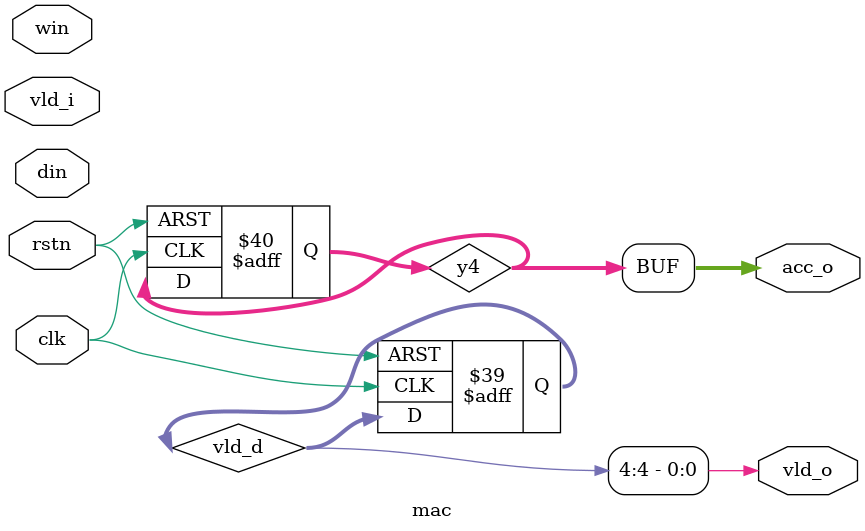
<source format=v>
`timescale 1ns/1ps
module mac #(
parameter WI = 8, 
parameter N  = 16, 
parameter WN = $clog2(N),
parameter WO = 2*WI + WN)(
input clk,
input rstn,
input vld_i, 
input [N*WI-1:0] win, 
input [N*WI-1:0] din, 
output[WO+1:0] acc_o,
output  vld_o
);

reg [WN:0] vld_d;
wire[2*WI+1:0] y0[0:N-1];	// 16 outputs of multipliers
reg [2*WI+2:0] y1[0:N/2-1];	// 8  outputs of adders (level 1)
reg [2*WI+3:0] y2[0:N/4-1];	// 4  outputs of adders (level 2)
reg [2*WI+4:0] y3[0:N/8-1];	// 2  outputs of adders (level 3)
reg [2*WI+5:0] y4         ;	// 1  output  of adders (level 4)

reg [N*(WI+1)-1:0] weight;
reg [N*(WI+1)-1:0] activation;

integer i;
//-------------------------------------------------
// Components: Array of multipliers
//-------------------------------------------------
always@(posedge clk, negedge rstn) begin
	if(~rstn) begin
		weight 		<= 0;
		activation 	<= 0;
	end
	else begin
		for(i = 0; i < N; i=i+1) begin
			weight[i*(WI+1)+:(WI+1)] 		<= $signed($signed({win[( i*WI)+:WI],1'b0})+1);
			activation[i*(WI+1)+:(WI+1)] 	<= $signed({1'b0,din[ i*WI+:WI]});
		end		
	end
end
mul #(.WI(WI+1)) u_mul_00(.w(weight[( 0*(WI+1))+:(WI+1)]),.x(activation[( 0*(WI+1))+:(WI+1)]),.y(y0[ 0]));
mul #(.WI(WI+1)) u_mul_01(.w(weight[( 1*(WI+1))+:(WI+1)]),.x(activation[( 1*(WI+1))+:(WI+1)]),.y(y0[ 1]));
mul #(.WI(WI+1)) u_mul_02(.w(weight[( 2*(WI+1))+:(WI+1)]),.x(activation[( 2*(WI+1))+:(WI+1)]),.y(y0[ 2]));
mul #(.WI(WI+1)) u_mul_03(.w(weight[( 3*(WI+1))+:(WI+1)]),.x(activation[( 3*(WI+1))+:(WI+1)]),.y(y0[ 3]));
mul #(.WI(WI+1)) u_mul_04(.w(weight[( 4*(WI+1))+:(WI+1)]),.x(activation[( 4*(WI+1))+:(WI+1)]),.y(y0[ 4]));
mul #(.WI(WI+1)) u_mul_05(.w(weight[( 5*(WI+1))+:(WI+1)]),.x(activation[( 5*(WI+1))+:(WI+1)]),.y(y0[ 5]));
mul #(.WI(WI+1)) u_mul_06(.w(weight[( 6*(WI+1))+:(WI+1)]),.x(activation[( 6*(WI+1))+:(WI+1)]),.y(y0[ 6]));
mul #(.WI(WI+1)) u_mul_07(.w(weight[( 7*(WI+1))+:(WI+1)]),.x(activation[( 7*(WI+1))+:(WI+1)]),.y(y0[ 7]));
mul #(.WI(WI+1)) u_mul_08(.w(weight[( 8*(WI+1))+:(WI+1)]),.x(activation[( 8*(WI+1))+:(WI+1)]),.y(y0[ 8]));
mul #(.WI(WI+1)) u_mul_09(.w(weight[( 9*(WI+1))+:(WI+1)]),.x(activation[( 9*(WI+1))+:(WI+1)]),.y(y0[ 9]));
mul #(.WI(WI+1)) u_mul_10(.w(weight[(10*(WI+1))+:(WI+1)]),.x(activation[(10*(WI+1))+:(WI+1)]),.y(y0[10]));
mul #(.WI(WI+1)) u_mul_11(.w(weight[(11*(WI+1))+:(WI+1)]),.x(activation[(11*(WI+1))+:(WI+1)]),.y(y0[11]));
mul #(.WI(WI+1)) u_mul_12(.w(weight[(12*(WI+1))+:(WI+1)]),.x(activation[(12*(WI+1))+:(WI+1)]),.y(y0[12]));
mul #(.WI(WI+1)) u_mul_13(.w(weight[(13*(WI+1))+:(WI+1)]),.x(activation[(13*(WI+1))+:(WI+1)]),.y(y0[13]));
/* insert your code */


//-------------------------------------------------
// Hierarchical Adder
//-------------------------------------------------

always@(posedge clk, negedge rstn) begin
	if(~rstn) begin
		for(i = 0; i < N/2; i=i+1) begin
			y1[i] <= 0;
		end
		for( i = 0; i < N/4; i=i+1) begin
			y2[i] <= 0;
		end
		for( i = 0; i < N/8; i=i+1) begin
			y3[i] <= 0;
		end
		y4 <=0;
	end
	else begin
		// Level 1
		y1[0] <= $signed(y0[ 0]) + $signed(y0[ 1]);
		y1[1] <= $signed(y0[ 2]) + $signed(y0[ 3]);
		y1[2] <= $signed(y0[ 4]) + $signed(y0[ 5]);
		y1[3] <= $signed(y0[ 6]) + $signed(y0[ 7]);
		y1[4] <= $signed(y0[ 8]) + $signed(y0[ 9]);
		y1[5] <= $signed(y0[10]) + $signed(y0[11]);
		y1[6] <= $signed(y0[12]) + $signed(y0[13]);
		y1[7] <= $signed(y0[14]) + $signed(y0[15]);
		// Level 2
		y2[0] <= $signed(y1[0]) + $signed(y1[ 1]);
		y2[1] <= $signed(y1[2]) + $signed(y1[ 3]);
		y2[2] <= $signed(y1[4]) + $signed(y1[ 5]);
		y2[3] <= $signed(y1[6]) + $signed(y1[ 7]);
		/* insert your code */
		// Level 3
		

		// Level 4
		/* insert your code */

	end
end

//-------------------------------------------------
//Output and Delay signals
//-------------------------------------------------
always@(posedge clk, negedge rstn) begin
	if(~rstn) begin
		vld_d <= 0;
	end
	else begin
		/* insert your code */
		

	end
end
assign vld_o = vld_d[WN];
assign acc_o = $signed(y4);

endmodule

</source>
